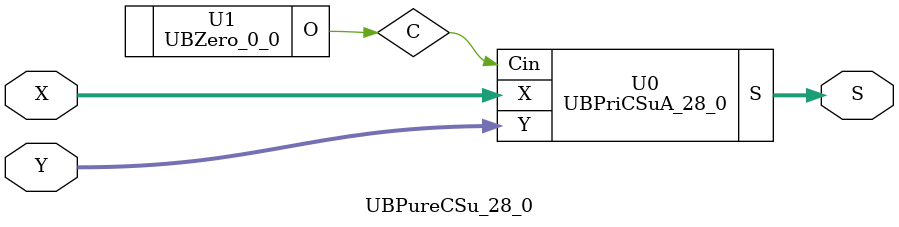
<source format=v>
/*----------------------------------------------------------------------------
  Copyright (c) 2021 Homma laboratory. All rights reserved.

  Top module: UBCSu_28_0_28_0

  Operand-1 length: 29
  Operand-2 length: 29
  Two-operand addition algorithm: Conditional sum adder
----------------------------------------------------------------------------*/

module UBFA_0(C, S, X, Y, Z);
  output C;
  output S;
  input X;
  input Y;
  input Z;
  assign C = ( X & Y ) | ( Y & Z ) | ( Z & X );
  assign S = X ^ Y ^ Z;
endmodule

module UBHCSuB_0_0(C, S, X, Y, Ci);
  output C;
  output S;
  input Ci;
  input X;
  input Y;
  UBFA_0 U0 (C, S, X, Y, Ci);
endmodule

module UBZero_1_1(O);
  output [1:1] O;
  assign O[1] = 0;
endmodule

module UBOne_1(O);
  output O;
  assign O = 1;
endmodule

module UBFA_1(C, S, X, Y, Z);
  output C;
  output S;
  input X;
  input Y;
  input Z;
  assign C = ( X & Y ) | ( Y & Z ) | ( Z & X );
  assign S = X ^ Y ^ Z;
endmodule

module UBCSuB_1_1(C_0, C_1, S_0, S_1, X, Y);
  output C_0;
  output C_1;
  output S_0;
  output S_1;
  input X;
  input Y;
  wire Ci_0;
  wire Ci_1;
  wire Co_0;
  wire Co_1;
  assign C_0 = ( Co_0 & ( ~ Ci_0 ) ) | ( Co_1 & Ci_0 );
  assign C_1 = ( Co_0 & ( ~ Ci_1 ) ) | ( Co_1 & Ci_1 );
  UBZero_1_1 U0 (Ci_0);
  UBOne_1 U1 (Ci_1);
  UBFA_1 U2 (Co_0, S_0, X, Y, Ci_0);
  UBFA_1 U3 (Co_1, S_1, X, Y, Ci_1);
endmodule

module UBHCSuB_1_0(C, S, X, Y, Ci);
  output C;
  output [1:0] S;
  input Ci;
  input [1:0] X;
  input [1:0] Y;
  wire C_0;
  wire C_1;
  wire Co;
  wire S_0;
  wire S_1;
  assign S[1] = ( S_0 & ( ~ Co ) ) | ( S_1 & Co );
  assign C = ( C_0 & ( ~ Co ) ) | ( C_1 & Co );
  UBHCSuB_0_0 U0 (Co, S[0], X[0], Y[0], Ci);
  UBCSuB_1_1 U1 (C_0, C_1, S_0, S_1, X[1], Y[1]);
endmodule

module UBZero_2_2(O);
  output [2:2] O;
  assign O[2] = 0;
endmodule

module UBOne_2(O);
  output O;
  assign O = 1;
endmodule

module UBFA_2(C, S, X, Y, Z);
  output C;
  output S;
  input X;
  input Y;
  input Z;
  assign C = ( X & Y ) | ( Y & Z ) | ( Z & X );
  assign S = X ^ Y ^ Z;
endmodule

module UBCSuB_2_2(C_0, C_1, S_0, S_1, X, Y);
  output C_0;
  output C_1;
  output S_0;
  output S_1;
  input X;
  input Y;
  wire Ci_0;
  wire Ci_1;
  wire Co_0;
  wire Co_1;
  assign C_0 = ( Co_0 & ( ~ Ci_0 ) ) | ( Co_1 & Ci_0 );
  assign C_1 = ( Co_0 & ( ~ Ci_1 ) ) | ( Co_1 & Ci_1 );
  UBZero_2_2 U0 (Ci_0);
  UBOne_2 U1 (Ci_1);
  UBFA_2 U2 (Co_0, S_0, X, Y, Ci_0);
  UBFA_2 U3 (Co_1, S_1, X, Y, Ci_1);
endmodule

module UBZero_3_3(O);
  output [3:3] O;
  assign O[3] = 0;
endmodule

module UBOne_3(O);
  output O;
  assign O = 1;
endmodule

module UBFA_3(C, S, X, Y, Z);
  output C;
  output S;
  input X;
  input Y;
  input Z;
  assign C = ( X & Y ) | ( Y & Z ) | ( Z & X );
  assign S = X ^ Y ^ Z;
endmodule

module UBCSuB_3_3(C_0, C_1, S_0, S_1, X, Y);
  output C_0;
  output C_1;
  output S_0;
  output S_1;
  input X;
  input Y;
  wire Ci_0;
  wire Ci_1;
  wire Co_0;
  wire Co_1;
  assign C_0 = ( Co_0 & ( ~ Ci_0 ) ) | ( Co_1 & Ci_0 );
  assign C_1 = ( Co_0 & ( ~ Ci_1 ) ) | ( Co_1 & Ci_1 );
  UBZero_3_3 U0 (Ci_0);
  UBOne_3 U1 (Ci_1);
  UBFA_3 U2 (Co_0, S_0, X, Y, Ci_0);
  UBFA_3 U3 (Co_1, S_1, X, Y, Ci_1);
endmodule

module UBCSuB_3_2(C_0, C_1, S_0, S_1, X, Y);
  output C_0;
  output C_1;
  output [3:2] S_0;
  output [3:2] S_1;
  input [3:2] X;
  input [3:2] Y;
  wire Ci_0;
  wire Ci_1;
  wire Co_0;
  wire Co_1;
  wire So_0;
  wire So_1;
  assign S_0[3] = ( So_0 & ( ~ Ci_0 ) ) | ( So_1 & Ci_0 );
  assign C_0 = ( Co_0 & ( ~ Ci_0 ) ) | ( Co_1 & Ci_0 );
  assign S_1[3] = ( So_0 & ( ~ Ci_1 ) ) | ( So_1 & Ci_1 );
  assign C_1 = ( Co_0 & ( ~ Ci_1 ) ) | ( Co_1 & Ci_1 );
  UBCSuB_2_2 U0 (Ci_0, Ci_1, S_0[2], S_1[2], X[2], Y[2]);
  UBCSuB_3_3 U1 (Co_0, Co_1, So_0, So_1, X[3], Y[3]);
endmodule

module UBHCSuB_3_0(C, S, X, Y, Ci);
  output C;
  output [3:0] S;
  input Ci;
  input [3:0] X;
  input [3:0] Y;
  wire C_0;
  wire C_1;
  wire Co;
  wire [3:2] S_0;
  wire [3:2] S_1;
  assign S[2] = ( S_0[2] & ( ~ Co ) ) | ( S_1[2] & Co );
  assign S[3] = ( S_0[3] & ( ~ Co ) ) | ( S_1[3] & Co );
  assign C = ( C_0 & ( ~ Co ) ) | ( C_1 & Co );
  UBHCSuB_1_0 U0 (Co, S[1:0], X[1:0], Y[1:0], Ci);
  UBCSuB_3_2 U1 (C_0, C_1, S_0, S_1, X[3:2], Y[3:2]);
endmodule

module UBZero_4_4(O);
  output [4:4] O;
  assign O[4] = 0;
endmodule

module UBOne_4(O);
  output O;
  assign O = 1;
endmodule

module UBFA_4(C, S, X, Y, Z);
  output C;
  output S;
  input X;
  input Y;
  input Z;
  assign C = ( X & Y ) | ( Y & Z ) | ( Z & X );
  assign S = X ^ Y ^ Z;
endmodule

module UBCSuB_4_4(C_0, C_1, S_0, S_1, X, Y);
  output C_0;
  output C_1;
  output S_0;
  output S_1;
  input X;
  input Y;
  wire Ci_0;
  wire Ci_1;
  wire Co_0;
  wire Co_1;
  assign C_0 = ( Co_0 & ( ~ Ci_0 ) ) | ( Co_1 & Ci_0 );
  assign C_1 = ( Co_0 & ( ~ Ci_1 ) ) | ( Co_1 & Ci_1 );
  UBZero_4_4 U0 (Ci_0);
  UBOne_4 U1 (Ci_1);
  UBFA_4 U2 (Co_0, S_0, X, Y, Ci_0);
  UBFA_4 U3 (Co_1, S_1, X, Y, Ci_1);
endmodule

module UBZero_5_5(O);
  output [5:5] O;
  assign O[5] = 0;
endmodule

module UBOne_5(O);
  output O;
  assign O = 1;
endmodule

module UBFA_5(C, S, X, Y, Z);
  output C;
  output S;
  input X;
  input Y;
  input Z;
  assign C = ( X & Y ) | ( Y & Z ) | ( Z & X );
  assign S = X ^ Y ^ Z;
endmodule

module UBCSuB_5_5(C_0, C_1, S_0, S_1, X, Y);
  output C_0;
  output C_1;
  output S_0;
  output S_1;
  input X;
  input Y;
  wire Ci_0;
  wire Ci_1;
  wire Co_0;
  wire Co_1;
  assign C_0 = ( Co_0 & ( ~ Ci_0 ) ) | ( Co_1 & Ci_0 );
  assign C_1 = ( Co_0 & ( ~ Ci_1 ) ) | ( Co_1 & Ci_1 );
  UBZero_5_5 U0 (Ci_0);
  UBOne_5 U1 (Ci_1);
  UBFA_5 U2 (Co_0, S_0, X, Y, Ci_0);
  UBFA_5 U3 (Co_1, S_1, X, Y, Ci_1);
endmodule

module UBCSuB_5_4(C_0, C_1, S_0, S_1, X, Y);
  output C_0;
  output C_1;
  output [5:4] S_0;
  output [5:4] S_1;
  input [5:4] X;
  input [5:4] Y;
  wire Ci_0;
  wire Ci_1;
  wire Co_0;
  wire Co_1;
  wire So_0;
  wire So_1;
  assign S_0[5] = ( So_0 & ( ~ Ci_0 ) ) | ( So_1 & Ci_0 );
  assign C_0 = ( Co_0 & ( ~ Ci_0 ) ) | ( Co_1 & Ci_0 );
  assign S_1[5] = ( So_0 & ( ~ Ci_1 ) ) | ( So_1 & Ci_1 );
  assign C_1 = ( Co_0 & ( ~ Ci_1 ) ) | ( Co_1 & Ci_1 );
  UBCSuB_4_4 U0 (Ci_0, Ci_1, S_0[4], S_1[4], X[4], Y[4]);
  UBCSuB_5_5 U1 (Co_0, Co_1, So_0, So_1, X[5], Y[5]);
endmodule

module UBZero_6_6(O);
  output [6:6] O;
  assign O[6] = 0;
endmodule

module UBOne_6(O);
  output O;
  assign O = 1;
endmodule

module UBFA_6(C, S, X, Y, Z);
  output C;
  output S;
  input X;
  input Y;
  input Z;
  assign C = ( X & Y ) | ( Y & Z ) | ( Z & X );
  assign S = X ^ Y ^ Z;
endmodule

module UBCSuB_6_6(C_0, C_1, S_0, S_1, X, Y);
  output C_0;
  output C_1;
  output S_0;
  output S_1;
  input X;
  input Y;
  wire Ci_0;
  wire Ci_1;
  wire Co_0;
  wire Co_1;
  assign C_0 = ( Co_0 & ( ~ Ci_0 ) ) | ( Co_1 & Ci_0 );
  assign C_1 = ( Co_0 & ( ~ Ci_1 ) ) | ( Co_1 & Ci_1 );
  UBZero_6_6 U0 (Ci_0);
  UBOne_6 U1 (Ci_1);
  UBFA_6 U2 (Co_0, S_0, X, Y, Ci_0);
  UBFA_6 U3 (Co_1, S_1, X, Y, Ci_1);
endmodule

module UBZero_7_7(O);
  output [7:7] O;
  assign O[7] = 0;
endmodule

module UBOne_7(O);
  output O;
  assign O = 1;
endmodule

module UBFA_7(C, S, X, Y, Z);
  output C;
  output S;
  input X;
  input Y;
  input Z;
  assign C = ( X & Y ) | ( Y & Z ) | ( Z & X );
  assign S = X ^ Y ^ Z;
endmodule

module UBCSuB_7_7(C_0, C_1, S_0, S_1, X, Y);
  output C_0;
  output C_1;
  output S_0;
  output S_1;
  input X;
  input Y;
  wire Ci_0;
  wire Ci_1;
  wire Co_0;
  wire Co_1;
  assign C_0 = ( Co_0 & ( ~ Ci_0 ) ) | ( Co_1 & Ci_0 );
  assign C_1 = ( Co_0 & ( ~ Ci_1 ) ) | ( Co_1 & Ci_1 );
  UBZero_7_7 U0 (Ci_0);
  UBOne_7 U1 (Ci_1);
  UBFA_7 U2 (Co_0, S_0, X, Y, Ci_0);
  UBFA_7 U3 (Co_1, S_1, X, Y, Ci_1);
endmodule

module UBCSuB_7_6(C_0, C_1, S_0, S_1, X, Y);
  output C_0;
  output C_1;
  output [7:6] S_0;
  output [7:6] S_1;
  input [7:6] X;
  input [7:6] Y;
  wire Ci_0;
  wire Ci_1;
  wire Co_0;
  wire Co_1;
  wire So_0;
  wire So_1;
  assign S_0[7] = ( So_0 & ( ~ Ci_0 ) ) | ( So_1 & Ci_0 );
  assign C_0 = ( Co_0 & ( ~ Ci_0 ) ) | ( Co_1 & Ci_0 );
  assign S_1[7] = ( So_0 & ( ~ Ci_1 ) ) | ( So_1 & Ci_1 );
  assign C_1 = ( Co_0 & ( ~ Ci_1 ) ) | ( Co_1 & Ci_1 );
  UBCSuB_6_6 U0 (Ci_0, Ci_1, S_0[6], S_1[6], X[6], Y[6]);
  UBCSuB_7_7 U1 (Co_0, Co_1, So_0, So_1, X[7], Y[7]);
endmodule

module UBCSuB_7_4(C_0, C_1, S_0, S_1, X, Y);
  output C_0;
  output C_1;
  output [7:4] S_0;
  output [7:4] S_1;
  input [7:4] X;
  input [7:4] Y;
  wire Ci_0;
  wire Ci_1;
  wire Co_0;
  wire Co_1;
  wire [7:6] So_0;
  wire [7:6] So_1;
  assign S_0[6] = ( So_0[6] & ( ~ Ci_0 ) ) | ( So_1[6] & Ci_0 );
  assign S_0[7] = ( So_0[7] & ( ~ Ci_0 ) ) | ( So_1[7] & Ci_0 );
  assign C_0 = ( Co_0 & ( ~ Ci_0 ) ) | ( Co_1 & Ci_0 );
  assign S_1[6] = ( So_0[6] & ( ~ Ci_1 ) ) | ( So_1[6] & Ci_1 );
  assign S_1[7] = ( So_0[7] & ( ~ Ci_1 ) ) | ( So_1[7] & Ci_1 );
  assign C_1 = ( Co_0 & ( ~ Ci_1 ) ) | ( Co_1 & Ci_1 );
  UBCSuB_5_4 U0 (Ci_0, Ci_1, S_0[5:4], S_1[5:4], X[5:4], Y[5:4]);
  UBCSuB_7_6 U1 (Co_0, Co_1, So_0, So_1, X[7:6], Y[7:6]);
endmodule

module UBHCSuB_7_0(C, S, X, Y, Ci);
  output C;
  output [7:0] S;
  input Ci;
  input [7:0] X;
  input [7:0] Y;
  wire C_0;
  wire C_1;
  wire Co;
  wire [7:4] S_0;
  wire [7:4] S_1;
  assign S[4] = ( S_0[4] & ( ~ Co ) ) | ( S_1[4] & Co );
  assign S[5] = ( S_0[5] & ( ~ Co ) ) | ( S_1[5] & Co );
  assign S[6] = ( S_0[6] & ( ~ Co ) ) | ( S_1[6] & Co );
  assign S[7] = ( S_0[7] & ( ~ Co ) ) | ( S_1[7] & Co );
  assign C = ( C_0 & ( ~ Co ) ) | ( C_1 & Co );
  UBHCSuB_3_0 U0 (Co, S[3:0], X[3:0], Y[3:0], Ci);
  UBCSuB_7_4 U1 (C_0, C_1, S_0, S_1, X[7:4], Y[7:4]);
endmodule

module UBZero_8_8(O);
  output [8:8] O;
  assign O[8] = 0;
endmodule

module UBOne_8(O);
  output O;
  assign O = 1;
endmodule

module UBFA_8(C, S, X, Y, Z);
  output C;
  output S;
  input X;
  input Y;
  input Z;
  assign C = ( X & Y ) | ( Y & Z ) | ( Z & X );
  assign S = X ^ Y ^ Z;
endmodule

module UBCSuB_8_8(C_0, C_1, S_0, S_1, X, Y);
  output C_0;
  output C_1;
  output S_0;
  output S_1;
  input X;
  input Y;
  wire Ci_0;
  wire Ci_1;
  wire Co_0;
  wire Co_1;
  assign C_0 = ( Co_0 & ( ~ Ci_0 ) ) | ( Co_1 & Ci_0 );
  assign C_1 = ( Co_0 & ( ~ Ci_1 ) ) | ( Co_1 & Ci_1 );
  UBZero_8_8 U0 (Ci_0);
  UBOne_8 U1 (Ci_1);
  UBFA_8 U2 (Co_0, S_0, X, Y, Ci_0);
  UBFA_8 U3 (Co_1, S_1, X, Y, Ci_1);
endmodule

module UBZero_9_9(O);
  output [9:9] O;
  assign O[9] = 0;
endmodule

module UBOne_9(O);
  output O;
  assign O = 1;
endmodule

module UBFA_9(C, S, X, Y, Z);
  output C;
  output S;
  input X;
  input Y;
  input Z;
  assign C = ( X & Y ) | ( Y & Z ) | ( Z & X );
  assign S = X ^ Y ^ Z;
endmodule

module UBCSuB_9_9(C_0, C_1, S_0, S_1, X, Y);
  output C_0;
  output C_1;
  output S_0;
  output S_1;
  input X;
  input Y;
  wire Ci_0;
  wire Ci_1;
  wire Co_0;
  wire Co_1;
  assign C_0 = ( Co_0 & ( ~ Ci_0 ) ) | ( Co_1 & Ci_0 );
  assign C_1 = ( Co_0 & ( ~ Ci_1 ) ) | ( Co_1 & Ci_1 );
  UBZero_9_9 U0 (Ci_0);
  UBOne_9 U1 (Ci_1);
  UBFA_9 U2 (Co_0, S_0, X, Y, Ci_0);
  UBFA_9 U3 (Co_1, S_1, X, Y, Ci_1);
endmodule

module UBCSuB_9_8(C_0, C_1, S_0, S_1, X, Y);
  output C_0;
  output C_1;
  output [9:8] S_0;
  output [9:8] S_1;
  input [9:8] X;
  input [9:8] Y;
  wire Ci_0;
  wire Ci_1;
  wire Co_0;
  wire Co_1;
  wire So_0;
  wire So_1;
  assign S_0[9] = ( So_0 & ( ~ Ci_0 ) ) | ( So_1 & Ci_0 );
  assign C_0 = ( Co_0 & ( ~ Ci_0 ) ) | ( Co_1 & Ci_0 );
  assign S_1[9] = ( So_0 & ( ~ Ci_1 ) ) | ( So_1 & Ci_1 );
  assign C_1 = ( Co_0 & ( ~ Ci_1 ) ) | ( Co_1 & Ci_1 );
  UBCSuB_8_8 U0 (Ci_0, Ci_1, S_0[8], S_1[8], X[8], Y[8]);
  UBCSuB_9_9 U1 (Co_0, Co_1, So_0, So_1, X[9], Y[9]);
endmodule

module UBZero_10_10(O);
  output [10:10] O;
  assign O[10] = 0;
endmodule

module UBOne_10(O);
  output O;
  assign O = 1;
endmodule

module UBFA_10(C, S, X, Y, Z);
  output C;
  output S;
  input X;
  input Y;
  input Z;
  assign C = ( X & Y ) | ( Y & Z ) | ( Z & X );
  assign S = X ^ Y ^ Z;
endmodule

module UBCSuB_10_10(C_0, C_1, S_0, S_1, X, Y);
  output C_0;
  output C_1;
  output S_0;
  output S_1;
  input X;
  input Y;
  wire Ci_0;
  wire Ci_1;
  wire Co_0;
  wire Co_1;
  assign C_0 = ( Co_0 & ( ~ Ci_0 ) ) | ( Co_1 & Ci_0 );
  assign C_1 = ( Co_0 & ( ~ Ci_1 ) ) | ( Co_1 & Ci_1 );
  UBZero_10_10 U0 (Ci_0);
  UBOne_10 U1 (Ci_1);
  UBFA_10 U2 (Co_0, S_0, X, Y, Ci_0);
  UBFA_10 U3 (Co_1, S_1, X, Y, Ci_1);
endmodule

module UBZero_11_11(O);
  output [11:11] O;
  assign O[11] = 0;
endmodule

module UBOne_11(O);
  output O;
  assign O = 1;
endmodule

module UBFA_11(C, S, X, Y, Z);
  output C;
  output S;
  input X;
  input Y;
  input Z;
  assign C = ( X & Y ) | ( Y & Z ) | ( Z & X );
  assign S = X ^ Y ^ Z;
endmodule

module UBCSuB_11_11(C_0, C_1, S_0, S_1, X, Y);
  output C_0;
  output C_1;
  output S_0;
  output S_1;
  input X;
  input Y;
  wire Ci_0;
  wire Ci_1;
  wire Co_0;
  wire Co_1;
  assign C_0 = ( Co_0 & ( ~ Ci_0 ) ) | ( Co_1 & Ci_0 );
  assign C_1 = ( Co_0 & ( ~ Ci_1 ) ) | ( Co_1 & Ci_1 );
  UBZero_11_11 U0 (Ci_0);
  UBOne_11 U1 (Ci_1);
  UBFA_11 U2 (Co_0, S_0, X, Y, Ci_0);
  UBFA_11 U3 (Co_1, S_1, X, Y, Ci_1);
endmodule

module UBCSuB_11_10(C_0, C_1, S_0, S_1, X, Y);
  output C_0;
  output C_1;
  output [11:10] S_0;
  output [11:10] S_1;
  input [11:10] X;
  input [11:10] Y;
  wire Ci_0;
  wire Ci_1;
  wire Co_0;
  wire Co_1;
  wire So_0;
  wire So_1;
  assign S_0[11] = ( So_0 & ( ~ Ci_0 ) ) | ( So_1 & Ci_0 );
  assign C_0 = ( Co_0 & ( ~ Ci_0 ) ) | ( Co_1 & Ci_0 );
  assign S_1[11] = ( So_0 & ( ~ Ci_1 ) ) | ( So_1 & Ci_1 );
  assign C_1 = ( Co_0 & ( ~ Ci_1 ) ) | ( Co_1 & Ci_1 );
  UBCSuB_10_10 U0 (Ci_0, Ci_1, S_0[10], S_1[10], X[10], Y[10]);
  UBCSuB_11_11 U1 (Co_0, Co_1, So_0, So_1, X[11], Y[11]);
endmodule

module UBCSuB_11_8(C_0, C_1, S_0, S_1, X, Y);
  output C_0;
  output C_1;
  output [11:8] S_0;
  output [11:8] S_1;
  input [11:8] X;
  input [11:8] Y;
  wire Ci_0;
  wire Ci_1;
  wire Co_0;
  wire Co_1;
  wire [11:10] So_0;
  wire [11:10] So_1;
  assign S_0[10] = ( So_0[10] & ( ~ Ci_0 ) ) | ( So_1[10] & Ci_0 );
  assign S_0[11] = ( So_0[11] & ( ~ Ci_0 ) ) | ( So_1[11] & Ci_0 );
  assign C_0 = ( Co_0 & ( ~ Ci_0 ) ) | ( Co_1 & Ci_0 );
  assign S_1[10] = ( So_0[10] & ( ~ Ci_1 ) ) | ( So_1[10] & Ci_1 );
  assign S_1[11] = ( So_0[11] & ( ~ Ci_1 ) ) | ( So_1[11] & Ci_1 );
  assign C_1 = ( Co_0 & ( ~ Ci_1 ) ) | ( Co_1 & Ci_1 );
  UBCSuB_9_8 U0 (Ci_0, Ci_1, S_0[9:8], S_1[9:8], X[9:8], Y[9:8]);
  UBCSuB_11_10 U1 (Co_0, Co_1, So_0, So_1, X[11:10], Y[11:10]);
endmodule

module UBZero_12_12(O);
  output [12:12] O;
  assign O[12] = 0;
endmodule

module UBOne_12(O);
  output O;
  assign O = 1;
endmodule

module UBFA_12(C, S, X, Y, Z);
  output C;
  output S;
  input X;
  input Y;
  input Z;
  assign C = ( X & Y ) | ( Y & Z ) | ( Z & X );
  assign S = X ^ Y ^ Z;
endmodule

module UBCSuB_12_12(C_0, C_1, S_0, S_1, X, Y);
  output C_0;
  output C_1;
  output S_0;
  output S_1;
  input X;
  input Y;
  wire Ci_0;
  wire Ci_1;
  wire Co_0;
  wire Co_1;
  assign C_0 = ( Co_0 & ( ~ Ci_0 ) ) | ( Co_1 & Ci_0 );
  assign C_1 = ( Co_0 & ( ~ Ci_1 ) ) | ( Co_1 & Ci_1 );
  UBZero_12_12 U0 (Ci_0);
  UBOne_12 U1 (Ci_1);
  UBFA_12 U2 (Co_0, S_0, X, Y, Ci_0);
  UBFA_12 U3 (Co_1, S_1, X, Y, Ci_1);
endmodule

module UBZero_13_13(O);
  output [13:13] O;
  assign O[13] = 0;
endmodule

module UBOne_13(O);
  output O;
  assign O = 1;
endmodule

module UBFA_13(C, S, X, Y, Z);
  output C;
  output S;
  input X;
  input Y;
  input Z;
  assign C = ( X & Y ) | ( Y & Z ) | ( Z & X );
  assign S = X ^ Y ^ Z;
endmodule

module UBCSuB_13_13(C_0, C_1, S_0, S_1, X, Y);
  output C_0;
  output C_1;
  output S_0;
  output S_1;
  input X;
  input Y;
  wire Ci_0;
  wire Ci_1;
  wire Co_0;
  wire Co_1;
  assign C_0 = ( Co_0 & ( ~ Ci_0 ) ) | ( Co_1 & Ci_0 );
  assign C_1 = ( Co_0 & ( ~ Ci_1 ) ) | ( Co_1 & Ci_1 );
  UBZero_13_13 U0 (Ci_0);
  UBOne_13 U1 (Ci_1);
  UBFA_13 U2 (Co_0, S_0, X, Y, Ci_0);
  UBFA_13 U3 (Co_1, S_1, X, Y, Ci_1);
endmodule

module UBCSuB_13_12(C_0, C_1, S_0, S_1, X, Y);
  output C_0;
  output C_1;
  output [13:12] S_0;
  output [13:12] S_1;
  input [13:12] X;
  input [13:12] Y;
  wire Ci_0;
  wire Ci_1;
  wire Co_0;
  wire Co_1;
  wire So_0;
  wire So_1;
  assign S_0[13] = ( So_0 & ( ~ Ci_0 ) ) | ( So_1 & Ci_0 );
  assign C_0 = ( Co_0 & ( ~ Ci_0 ) ) | ( Co_1 & Ci_0 );
  assign S_1[13] = ( So_0 & ( ~ Ci_1 ) ) | ( So_1 & Ci_1 );
  assign C_1 = ( Co_0 & ( ~ Ci_1 ) ) | ( Co_1 & Ci_1 );
  UBCSuB_12_12 U0 (Ci_0, Ci_1, S_0[12], S_1[12], X[12], Y[12]);
  UBCSuB_13_13 U1 (Co_0, Co_1, So_0, So_1, X[13], Y[13]);
endmodule

module UBZero_14_14(O);
  output [14:14] O;
  assign O[14] = 0;
endmodule

module UBOne_14(O);
  output O;
  assign O = 1;
endmodule

module UBFA_14(C, S, X, Y, Z);
  output C;
  output S;
  input X;
  input Y;
  input Z;
  assign C = ( X & Y ) | ( Y & Z ) | ( Z & X );
  assign S = X ^ Y ^ Z;
endmodule

module UBCSuB_14_14(C_0, C_1, S_0, S_1, X, Y);
  output C_0;
  output C_1;
  output S_0;
  output S_1;
  input X;
  input Y;
  wire Ci_0;
  wire Ci_1;
  wire Co_0;
  wire Co_1;
  assign C_0 = ( Co_0 & ( ~ Ci_0 ) ) | ( Co_1 & Ci_0 );
  assign C_1 = ( Co_0 & ( ~ Ci_1 ) ) | ( Co_1 & Ci_1 );
  UBZero_14_14 U0 (Ci_0);
  UBOne_14 U1 (Ci_1);
  UBFA_14 U2 (Co_0, S_0, X, Y, Ci_0);
  UBFA_14 U3 (Co_1, S_1, X, Y, Ci_1);
endmodule

module UBCSuB_14_12(C_0, C_1, S_0, S_1, X, Y);
  output C_0;
  output C_1;
  output [14:12] S_0;
  output [14:12] S_1;
  input [14:12] X;
  input [14:12] Y;
  wire Ci_0;
  wire Ci_1;
  wire Co_0;
  wire Co_1;
  wire [14:14] So_0;
  wire [14:14] So_1;
  assign S_0[14] = ( So_0 & ( ~ Ci_0 ) ) | ( So_1 & Ci_0 );
  assign C_0 = ( Co_0 & ( ~ Ci_0 ) ) | ( Co_1 & Ci_0 );
  assign S_1[14] = ( So_0 & ( ~ Ci_1 ) ) | ( So_1 & Ci_1 );
  assign C_1 = ( Co_0 & ( ~ Ci_1 ) ) | ( Co_1 & Ci_1 );
  UBCSuB_13_12 U0 (Ci_0, Ci_1, S_0[13:12], S_1[13:12], X[13:12], Y[13:12]);
  UBCSuB_14_14 U1 (Co_0, Co_1, So_0, So_1, X[14], Y[14]);
endmodule

module UBCSuB_14_8(C_0, C_1, S_0, S_1, X, Y);
  output C_0;
  output C_1;
  output [14:8] S_0;
  output [14:8] S_1;
  input [14:8] X;
  input [14:8] Y;
  wire Ci_0;
  wire Ci_1;
  wire Co_0;
  wire Co_1;
  wire [14:12] So_0;
  wire [14:12] So_1;
  assign S_0[12] = ( So_0[12] & ( ~ Ci_0 ) ) | ( So_1[12] & Ci_0 );
  assign S_0[13] = ( So_0[13] & ( ~ Ci_0 ) ) | ( So_1[13] & Ci_0 );
  assign S_0[14] = ( So_0[14] & ( ~ Ci_0 ) ) | ( So_1[14] & Ci_0 );
  assign C_0 = ( Co_0 & ( ~ Ci_0 ) ) | ( Co_1 & Ci_0 );
  assign S_1[12] = ( So_0[12] & ( ~ Ci_1 ) ) | ( So_1[12] & Ci_1 );
  assign S_1[13] = ( So_0[13] & ( ~ Ci_1 ) ) | ( So_1[13] & Ci_1 );
  assign S_1[14] = ( So_0[14] & ( ~ Ci_1 ) ) | ( So_1[14] & Ci_1 );
  assign C_1 = ( Co_0 & ( ~ Ci_1 ) ) | ( Co_1 & Ci_1 );
  UBCSuB_11_8 U0 (Ci_0, Ci_1, S_0[11:8], S_1[11:8], X[11:8], Y[11:8]);
  UBCSuB_14_12 U1 (Co_0, Co_1, So_0, So_1, X[14:12], Y[14:12]);
endmodule

module UBHCSuB_14_0(C, S, X, Y, Ci);
  output C;
  output [14:0] S;
  input Ci;
  input [14:0] X;
  input [14:0] Y;
  wire C_0;
  wire C_1;
  wire Co;
  wire [14:8] S_0;
  wire [14:8] S_1;
  assign S[8] = ( S_0[8] & ( ~ Co ) ) | ( S_1[8] & Co );
  assign S[9] = ( S_0[9] & ( ~ Co ) ) | ( S_1[9] & Co );
  assign S[10] = ( S_0[10] & ( ~ Co ) ) | ( S_1[10] & Co );
  assign S[11] = ( S_0[11] & ( ~ Co ) ) | ( S_1[11] & Co );
  assign S[12] = ( S_0[12] & ( ~ Co ) ) | ( S_1[12] & Co );
  assign S[13] = ( S_0[13] & ( ~ Co ) ) | ( S_1[13] & Co );
  assign S[14] = ( S_0[14] & ( ~ Co ) ) | ( S_1[14] & Co );
  assign C = ( C_0 & ( ~ Co ) ) | ( C_1 & Co );
  UBHCSuB_7_0 U0 (Co, S[7:0], X[7:0], Y[7:0], Ci);
  UBCSuB_14_8 U1 (C_0, C_1, S_0, S_1, X[14:8], Y[14:8]);
endmodule

module UBZero_15_15(O);
  output [15:15] O;
  assign O[15] = 0;
endmodule

module UBOne_15(O);
  output O;
  assign O = 1;
endmodule

module UBFA_15(C, S, X, Y, Z);
  output C;
  output S;
  input X;
  input Y;
  input Z;
  assign C = ( X & Y ) | ( Y & Z ) | ( Z & X );
  assign S = X ^ Y ^ Z;
endmodule

module UBCSuB_15_15(C_0, C_1, S_0, S_1, X, Y);
  output C_0;
  output C_1;
  output S_0;
  output S_1;
  input X;
  input Y;
  wire Ci_0;
  wire Ci_1;
  wire Co_0;
  wire Co_1;
  assign C_0 = ( Co_0 & ( ~ Ci_0 ) ) | ( Co_1 & Ci_0 );
  assign C_1 = ( Co_0 & ( ~ Ci_1 ) ) | ( Co_1 & Ci_1 );
  UBZero_15_15 U0 (Ci_0);
  UBOne_15 U1 (Ci_1);
  UBFA_15 U2 (Co_0, S_0, X, Y, Ci_0);
  UBFA_15 U3 (Co_1, S_1, X, Y, Ci_1);
endmodule

module UBZero_16_16(O);
  output [16:16] O;
  assign O[16] = 0;
endmodule

module UBOne_16(O);
  output O;
  assign O = 1;
endmodule

module UBFA_16(C, S, X, Y, Z);
  output C;
  output S;
  input X;
  input Y;
  input Z;
  assign C = ( X & Y ) | ( Y & Z ) | ( Z & X );
  assign S = X ^ Y ^ Z;
endmodule

module UBCSuB_16_16(C_0, C_1, S_0, S_1, X, Y);
  output C_0;
  output C_1;
  output S_0;
  output S_1;
  input X;
  input Y;
  wire Ci_0;
  wire Ci_1;
  wire Co_0;
  wire Co_1;
  assign C_0 = ( Co_0 & ( ~ Ci_0 ) ) | ( Co_1 & Ci_0 );
  assign C_1 = ( Co_0 & ( ~ Ci_1 ) ) | ( Co_1 & Ci_1 );
  UBZero_16_16 U0 (Ci_0);
  UBOne_16 U1 (Ci_1);
  UBFA_16 U2 (Co_0, S_0, X, Y, Ci_0);
  UBFA_16 U3 (Co_1, S_1, X, Y, Ci_1);
endmodule

module UBCSuB_16_15(C_0, C_1, S_0, S_1, X, Y);
  output C_0;
  output C_1;
  output [16:15] S_0;
  output [16:15] S_1;
  input [16:15] X;
  input [16:15] Y;
  wire Ci_0;
  wire Ci_1;
  wire Co_0;
  wire Co_1;
  wire So_0;
  wire So_1;
  assign S_0[16] = ( So_0 & ( ~ Ci_0 ) ) | ( So_1 & Ci_0 );
  assign C_0 = ( Co_0 & ( ~ Ci_0 ) ) | ( Co_1 & Ci_0 );
  assign S_1[16] = ( So_0 & ( ~ Ci_1 ) ) | ( So_1 & Ci_1 );
  assign C_1 = ( Co_0 & ( ~ Ci_1 ) ) | ( Co_1 & Ci_1 );
  UBCSuB_15_15 U0 (Ci_0, Ci_1, S_0[15], S_1[15], X[15], Y[15]);
  UBCSuB_16_16 U1 (Co_0, Co_1, So_0, So_1, X[16], Y[16]);
endmodule

module UBZero_17_17(O);
  output [17:17] O;
  assign O[17] = 0;
endmodule

module UBOne_17(O);
  output O;
  assign O = 1;
endmodule

module UBFA_17(C, S, X, Y, Z);
  output C;
  output S;
  input X;
  input Y;
  input Z;
  assign C = ( X & Y ) | ( Y & Z ) | ( Z & X );
  assign S = X ^ Y ^ Z;
endmodule

module UBCSuB_17_17(C_0, C_1, S_0, S_1, X, Y);
  output C_0;
  output C_1;
  output S_0;
  output S_1;
  input X;
  input Y;
  wire Ci_0;
  wire Ci_1;
  wire Co_0;
  wire Co_1;
  assign C_0 = ( Co_0 & ( ~ Ci_0 ) ) | ( Co_1 & Ci_0 );
  assign C_1 = ( Co_0 & ( ~ Ci_1 ) ) | ( Co_1 & Ci_1 );
  UBZero_17_17 U0 (Ci_0);
  UBOne_17 U1 (Ci_1);
  UBFA_17 U2 (Co_0, S_0, X, Y, Ci_0);
  UBFA_17 U3 (Co_1, S_1, X, Y, Ci_1);
endmodule

module UBZero_18_18(O);
  output [18:18] O;
  assign O[18] = 0;
endmodule

module UBOne_18(O);
  output O;
  assign O = 1;
endmodule

module UBFA_18(C, S, X, Y, Z);
  output C;
  output S;
  input X;
  input Y;
  input Z;
  assign C = ( X & Y ) | ( Y & Z ) | ( Z & X );
  assign S = X ^ Y ^ Z;
endmodule

module UBCSuB_18_18(C_0, C_1, S_0, S_1, X, Y);
  output C_0;
  output C_1;
  output S_0;
  output S_1;
  input X;
  input Y;
  wire Ci_0;
  wire Ci_1;
  wire Co_0;
  wire Co_1;
  assign C_0 = ( Co_0 & ( ~ Ci_0 ) ) | ( Co_1 & Ci_0 );
  assign C_1 = ( Co_0 & ( ~ Ci_1 ) ) | ( Co_1 & Ci_1 );
  UBZero_18_18 U0 (Ci_0);
  UBOne_18 U1 (Ci_1);
  UBFA_18 U2 (Co_0, S_0, X, Y, Ci_0);
  UBFA_18 U3 (Co_1, S_1, X, Y, Ci_1);
endmodule

module UBCSuB_18_17(C_0, C_1, S_0, S_1, X, Y);
  output C_0;
  output C_1;
  output [18:17] S_0;
  output [18:17] S_1;
  input [18:17] X;
  input [18:17] Y;
  wire Ci_0;
  wire Ci_1;
  wire Co_0;
  wire Co_1;
  wire So_0;
  wire So_1;
  assign S_0[18] = ( So_0 & ( ~ Ci_0 ) ) | ( So_1 & Ci_0 );
  assign C_0 = ( Co_0 & ( ~ Ci_0 ) ) | ( Co_1 & Ci_0 );
  assign S_1[18] = ( So_0 & ( ~ Ci_1 ) ) | ( So_1 & Ci_1 );
  assign C_1 = ( Co_0 & ( ~ Ci_1 ) ) | ( Co_1 & Ci_1 );
  UBCSuB_17_17 U0 (Ci_0, Ci_1, S_0[17], S_1[17], X[17], Y[17]);
  UBCSuB_18_18 U1 (Co_0, Co_1, So_0, So_1, X[18], Y[18]);
endmodule

module UBCSuB_18_15(C_0, C_1, S_0, S_1, X, Y);
  output C_0;
  output C_1;
  output [18:15] S_0;
  output [18:15] S_1;
  input [18:15] X;
  input [18:15] Y;
  wire Ci_0;
  wire Ci_1;
  wire Co_0;
  wire Co_1;
  wire [18:17] So_0;
  wire [18:17] So_1;
  assign S_0[17] = ( So_0[17] & ( ~ Ci_0 ) ) | ( So_1[17] & Ci_0 );
  assign S_0[18] = ( So_0[18] & ( ~ Ci_0 ) ) | ( So_1[18] & Ci_0 );
  assign C_0 = ( Co_0 & ( ~ Ci_0 ) ) | ( Co_1 & Ci_0 );
  assign S_1[17] = ( So_0[17] & ( ~ Ci_1 ) ) | ( So_1[17] & Ci_1 );
  assign S_1[18] = ( So_0[18] & ( ~ Ci_1 ) ) | ( So_1[18] & Ci_1 );
  assign C_1 = ( Co_0 & ( ~ Ci_1 ) ) | ( Co_1 & Ci_1 );
  UBCSuB_16_15 U0 (Ci_0, Ci_1, S_0[16:15], S_1[16:15], X[16:15], Y[16:15]);
  UBCSuB_18_17 U1 (Co_0, Co_1, So_0, So_1, X[18:17], Y[18:17]);
endmodule

module UBZero_19_19(O);
  output [19:19] O;
  assign O[19] = 0;
endmodule

module UBOne_19(O);
  output O;
  assign O = 1;
endmodule

module UBFA_19(C, S, X, Y, Z);
  output C;
  output S;
  input X;
  input Y;
  input Z;
  assign C = ( X & Y ) | ( Y & Z ) | ( Z & X );
  assign S = X ^ Y ^ Z;
endmodule

module UBCSuB_19_19(C_0, C_1, S_0, S_1, X, Y);
  output C_0;
  output C_1;
  output S_0;
  output S_1;
  input X;
  input Y;
  wire Ci_0;
  wire Ci_1;
  wire Co_0;
  wire Co_1;
  assign C_0 = ( Co_0 & ( ~ Ci_0 ) ) | ( Co_1 & Ci_0 );
  assign C_1 = ( Co_0 & ( ~ Ci_1 ) ) | ( Co_1 & Ci_1 );
  UBZero_19_19 U0 (Ci_0);
  UBOne_19 U1 (Ci_1);
  UBFA_19 U2 (Co_0, S_0, X, Y, Ci_0);
  UBFA_19 U3 (Co_1, S_1, X, Y, Ci_1);
endmodule

module UBZero_20_20(O);
  output [20:20] O;
  assign O[20] = 0;
endmodule

module UBOne_20(O);
  output O;
  assign O = 1;
endmodule

module UBFA_20(C, S, X, Y, Z);
  output C;
  output S;
  input X;
  input Y;
  input Z;
  assign C = ( X & Y ) | ( Y & Z ) | ( Z & X );
  assign S = X ^ Y ^ Z;
endmodule

module UBCSuB_20_20(C_0, C_1, S_0, S_1, X, Y);
  output C_0;
  output C_1;
  output S_0;
  output S_1;
  input X;
  input Y;
  wire Ci_0;
  wire Ci_1;
  wire Co_0;
  wire Co_1;
  assign C_0 = ( Co_0 & ( ~ Ci_0 ) ) | ( Co_1 & Ci_0 );
  assign C_1 = ( Co_0 & ( ~ Ci_1 ) ) | ( Co_1 & Ci_1 );
  UBZero_20_20 U0 (Ci_0);
  UBOne_20 U1 (Ci_1);
  UBFA_20 U2 (Co_0, S_0, X, Y, Ci_0);
  UBFA_20 U3 (Co_1, S_1, X, Y, Ci_1);
endmodule

module UBCSuB_20_19(C_0, C_1, S_0, S_1, X, Y);
  output C_0;
  output C_1;
  output [20:19] S_0;
  output [20:19] S_1;
  input [20:19] X;
  input [20:19] Y;
  wire Ci_0;
  wire Ci_1;
  wire Co_0;
  wire Co_1;
  wire So_0;
  wire So_1;
  assign S_0[20] = ( So_0 & ( ~ Ci_0 ) ) | ( So_1 & Ci_0 );
  assign C_0 = ( Co_0 & ( ~ Ci_0 ) ) | ( Co_1 & Ci_0 );
  assign S_1[20] = ( So_0 & ( ~ Ci_1 ) ) | ( So_1 & Ci_1 );
  assign C_1 = ( Co_0 & ( ~ Ci_1 ) ) | ( Co_1 & Ci_1 );
  UBCSuB_19_19 U0 (Ci_0, Ci_1, S_0[19], S_1[19], X[19], Y[19]);
  UBCSuB_20_20 U1 (Co_0, Co_1, So_0, So_1, X[20], Y[20]);
endmodule

module UBZero_21_21(O);
  output [21:21] O;
  assign O[21] = 0;
endmodule

module UBOne_21(O);
  output O;
  assign O = 1;
endmodule

module UBFA_21(C, S, X, Y, Z);
  output C;
  output S;
  input X;
  input Y;
  input Z;
  assign C = ( X & Y ) | ( Y & Z ) | ( Z & X );
  assign S = X ^ Y ^ Z;
endmodule

module UBCSuB_21_21(C_0, C_1, S_0, S_1, X, Y);
  output C_0;
  output C_1;
  output S_0;
  output S_1;
  input X;
  input Y;
  wire Ci_0;
  wire Ci_1;
  wire Co_0;
  wire Co_1;
  assign C_0 = ( Co_0 & ( ~ Ci_0 ) ) | ( Co_1 & Ci_0 );
  assign C_1 = ( Co_0 & ( ~ Ci_1 ) ) | ( Co_1 & Ci_1 );
  UBZero_21_21 U0 (Ci_0);
  UBOne_21 U1 (Ci_1);
  UBFA_21 U2 (Co_0, S_0, X, Y, Ci_0);
  UBFA_21 U3 (Co_1, S_1, X, Y, Ci_1);
endmodule

module UBCSuB_21_19(C_0, C_1, S_0, S_1, X, Y);
  output C_0;
  output C_1;
  output [21:19] S_0;
  output [21:19] S_1;
  input [21:19] X;
  input [21:19] Y;
  wire Ci_0;
  wire Ci_1;
  wire Co_0;
  wire Co_1;
  wire [21:21] So_0;
  wire [21:21] So_1;
  assign S_0[21] = ( So_0 & ( ~ Ci_0 ) ) | ( So_1 & Ci_0 );
  assign C_0 = ( Co_0 & ( ~ Ci_0 ) ) | ( Co_1 & Ci_0 );
  assign S_1[21] = ( So_0 & ( ~ Ci_1 ) ) | ( So_1 & Ci_1 );
  assign C_1 = ( Co_0 & ( ~ Ci_1 ) ) | ( Co_1 & Ci_1 );
  UBCSuB_20_19 U0 (Ci_0, Ci_1, S_0[20:19], S_1[20:19], X[20:19], Y[20:19]);
  UBCSuB_21_21 U1 (Co_0, Co_1, So_0, So_1, X[21], Y[21]);
endmodule

module UBCSuB_21_15(C_0, C_1, S_0, S_1, X, Y);
  output C_0;
  output C_1;
  output [21:15] S_0;
  output [21:15] S_1;
  input [21:15] X;
  input [21:15] Y;
  wire Ci_0;
  wire Ci_1;
  wire Co_0;
  wire Co_1;
  wire [21:19] So_0;
  wire [21:19] So_1;
  assign S_0[19] = ( So_0[19] & ( ~ Ci_0 ) ) | ( So_1[19] & Ci_0 );
  assign S_0[20] = ( So_0[20] & ( ~ Ci_0 ) ) | ( So_1[20] & Ci_0 );
  assign S_0[21] = ( So_0[21] & ( ~ Ci_0 ) ) | ( So_1[21] & Ci_0 );
  assign C_0 = ( Co_0 & ( ~ Ci_0 ) ) | ( Co_1 & Ci_0 );
  assign S_1[19] = ( So_0[19] & ( ~ Ci_1 ) ) | ( So_1[19] & Ci_1 );
  assign S_1[20] = ( So_0[20] & ( ~ Ci_1 ) ) | ( So_1[20] & Ci_1 );
  assign S_1[21] = ( So_0[21] & ( ~ Ci_1 ) ) | ( So_1[21] & Ci_1 );
  assign C_1 = ( Co_0 & ( ~ Ci_1 ) ) | ( Co_1 & Ci_1 );
  UBCSuB_18_15 U0 (Ci_0, Ci_1, S_0[18:15], S_1[18:15], X[18:15], Y[18:15]);
  UBCSuB_21_19 U1 (Co_0, Co_1, So_0, So_1, X[21:19], Y[21:19]);
endmodule

module UBZero_22_22(O);
  output [22:22] O;
  assign O[22] = 0;
endmodule

module UBOne_22(O);
  output O;
  assign O = 1;
endmodule

module UBFA_22(C, S, X, Y, Z);
  output C;
  output S;
  input X;
  input Y;
  input Z;
  assign C = ( X & Y ) | ( Y & Z ) | ( Z & X );
  assign S = X ^ Y ^ Z;
endmodule

module UBCSuB_22_22(C_0, C_1, S_0, S_1, X, Y);
  output C_0;
  output C_1;
  output S_0;
  output S_1;
  input X;
  input Y;
  wire Ci_0;
  wire Ci_1;
  wire Co_0;
  wire Co_1;
  assign C_0 = ( Co_0 & ( ~ Ci_0 ) ) | ( Co_1 & Ci_0 );
  assign C_1 = ( Co_0 & ( ~ Ci_1 ) ) | ( Co_1 & Ci_1 );
  UBZero_22_22 U0 (Ci_0);
  UBOne_22 U1 (Ci_1);
  UBFA_22 U2 (Co_0, S_0, X, Y, Ci_0);
  UBFA_22 U3 (Co_1, S_1, X, Y, Ci_1);
endmodule

module UBZero_23_23(O);
  output [23:23] O;
  assign O[23] = 0;
endmodule

module UBOne_23(O);
  output O;
  assign O = 1;
endmodule

module UBFA_23(C, S, X, Y, Z);
  output C;
  output S;
  input X;
  input Y;
  input Z;
  assign C = ( X & Y ) | ( Y & Z ) | ( Z & X );
  assign S = X ^ Y ^ Z;
endmodule

module UBCSuB_23_23(C_0, C_1, S_0, S_1, X, Y);
  output C_0;
  output C_1;
  output S_0;
  output S_1;
  input X;
  input Y;
  wire Ci_0;
  wire Ci_1;
  wire Co_0;
  wire Co_1;
  assign C_0 = ( Co_0 & ( ~ Ci_0 ) ) | ( Co_1 & Ci_0 );
  assign C_1 = ( Co_0 & ( ~ Ci_1 ) ) | ( Co_1 & Ci_1 );
  UBZero_23_23 U0 (Ci_0);
  UBOne_23 U1 (Ci_1);
  UBFA_23 U2 (Co_0, S_0, X, Y, Ci_0);
  UBFA_23 U3 (Co_1, S_1, X, Y, Ci_1);
endmodule

module UBCSuB_23_22(C_0, C_1, S_0, S_1, X, Y);
  output C_0;
  output C_1;
  output [23:22] S_0;
  output [23:22] S_1;
  input [23:22] X;
  input [23:22] Y;
  wire Ci_0;
  wire Ci_1;
  wire Co_0;
  wire Co_1;
  wire So_0;
  wire So_1;
  assign S_0[23] = ( So_0 & ( ~ Ci_0 ) ) | ( So_1 & Ci_0 );
  assign C_0 = ( Co_0 & ( ~ Ci_0 ) ) | ( Co_1 & Ci_0 );
  assign S_1[23] = ( So_0 & ( ~ Ci_1 ) ) | ( So_1 & Ci_1 );
  assign C_1 = ( Co_0 & ( ~ Ci_1 ) ) | ( Co_1 & Ci_1 );
  UBCSuB_22_22 U0 (Ci_0, Ci_1, S_0[22], S_1[22], X[22], Y[22]);
  UBCSuB_23_23 U1 (Co_0, Co_1, So_0, So_1, X[23], Y[23]);
endmodule

module UBZero_24_24(O);
  output [24:24] O;
  assign O[24] = 0;
endmodule

module UBOne_24(O);
  output O;
  assign O = 1;
endmodule

module UBFA_24(C, S, X, Y, Z);
  output C;
  output S;
  input X;
  input Y;
  input Z;
  assign C = ( X & Y ) | ( Y & Z ) | ( Z & X );
  assign S = X ^ Y ^ Z;
endmodule

module UBCSuB_24_24(C_0, C_1, S_0, S_1, X, Y);
  output C_0;
  output C_1;
  output S_0;
  output S_1;
  input X;
  input Y;
  wire Ci_0;
  wire Ci_1;
  wire Co_0;
  wire Co_1;
  assign C_0 = ( Co_0 & ( ~ Ci_0 ) ) | ( Co_1 & Ci_0 );
  assign C_1 = ( Co_0 & ( ~ Ci_1 ) ) | ( Co_1 & Ci_1 );
  UBZero_24_24 U0 (Ci_0);
  UBOne_24 U1 (Ci_1);
  UBFA_24 U2 (Co_0, S_0, X, Y, Ci_0);
  UBFA_24 U3 (Co_1, S_1, X, Y, Ci_1);
endmodule

module UBZero_25_25(O);
  output [25:25] O;
  assign O[25] = 0;
endmodule

module UBOne_25(O);
  output O;
  assign O = 1;
endmodule

module UBFA_25(C, S, X, Y, Z);
  output C;
  output S;
  input X;
  input Y;
  input Z;
  assign C = ( X & Y ) | ( Y & Z ) | ( Z & X );
  assign S = X ^ Y ^ Z;
endmodule

module UBCSuB_25_25(C_0, C_1, S_0, S_1, X, Y);
  output C_0;
  output C_1;
  output S_0;
  output S_1;
  input X;
  input Y;
  wire Ci_0;
  wire Ci_1;
  wire Co_0;
  wire Co_1;
  assign C_0 = ( Co_0 & ( ~ Ci_0 ) ) | ( Co_1 & Ci_0 );
  assign C_1 = ( Co_0 & ( ~ Ci_1 ) ) | ( Co_1 & Ci_1 );
  UBZero_25_25 U0 (Ci_0);
  UBOne_25 U1 (Ci_1);
  UBFA_25 U2 (Co_0, S_0, X, Y, Ci_0);
  UBFA_25 U3 (Co_1, S_1, X, Y, Ci_1);
endmodule

module UBCSuB_25_24(C_0, C_1, S_0, S_1, X, Y);
  output C_0;
  output C_1;
  output [25:24] S_0;
  output [25:24] S_1;
  input [25:24] X;
  input [25:24] Y;
  wire Ci_0;
  wire Ci_1;
  wire Co_0;
  wire Co_1;
  wire So_0;
  wire So_1;
  assign S_0[25] = ( So_0 & ( ~ Ci_0 ) ) | ( So_1 & Ci_0 );
  assign C_0 = ( Co_0 & ( ~ Ci_0 ) ) | ( Co_1 & Ci_0 );
  assign S_1[25] = ( So_0 & ( ~ Ci_1 ) ) | ( So_1 & Ci_1 );
  assign C_1 = ( Co_0 & ( ~ Ci_1 ) ) | ( Co_1 & Ci_1 );
  UBCSuB_24_24 U0 (Ci_0, Ci_1, S_0[24], S_1[24], X[24], Y[24]);
  UBCSuB_25_25 U1 (Co_0, Co_1, So_0, So_1, X[25], Y[25]);
endmodule

module UBCSuB_25_22(C_0, C_1, S_0, S_1, X, Y);
  output C_0;
  output C_1;
  output [25:22] S_0;
  output [25:22] S_1;
  input [25:22] X;
  input [25:22] Y;
  wire Ci_0;
  wire Ci_1;
  wire Co_0;
  wire Co_1;
  wire [25:24] So_0;
  wire [25:24] So_1;
  assign S_0[24] = ( So_0[24] & ( ~ Ci_0 ) ) | ( So_1[24] & Ci_0 );
  assign S_0[25] = ( So_0[25] & ( ~ Ci_0 ) ) | ( So_1[25] & Ci_0 );
  assign C_0 = ( Co_0 & ( ~ Ci_0 ) ) | ( Co_1 & Ci_0 );
  assign S_1[24] = ( So_0[24] & ( ~ Ci_1 ) ) | ( So_1[24] & Ci_1 );
  assign S_1[25] = ( So_0[25] & ( ~ Ci_1 ) ) | ( So_1[25] & Ci_1 );
  assign C_1 = ( Co_0 & ( ~ Ci_1 ) ) | ( Co_1 & Ci_1 );
  UBCSuB_23_22 U0 (Ci_0, Ci_1, S_0[23:22], S_1[23:22], X[23:22], Y[23:22]);
  UBCSuB_25_24 U1 (Co_0, Co_1, So_0, So_1, X[25:24], Y[25:24]);
endmodule

module UBZero_26_26(O);
  output [26:26] O;
  assign O[26] = 0;
endmodule

module UBOne_26(O);
  output O;
  assign O = 1;
endmodule

module UBFA_26(C, S, X, Y, Z);
  output C;
  output S;
  input X;
  input Y;
  input Z;
  assign C = ( X & Y ) | ( Y & Z ) | ( Z & X );
  assign S = X ^ Y ^ Z;
endmodule

module UBCSuB_26_26(C_0, C_1, S_0, S_1, X, Y);
  output C_0;
  output C_1;
  output S_0;
  output S_1;
  input X;
  input Y;
  wire Ci_0;
  wire Ci_1;
  wire Co_0;
  wire Co_1;
  assign C_0 = ( Co_0 & ( ~ Ci_0 ) ) | ( Co_1 & Ci_0 );
  assign C_1 = ( Co_0 & ( ~ Ci_1 ) ) | ( Co_1 & Ci_1 );
  UBZero_26_26 U0 (Ci_0);
  UBOne_26 U1 (Ci_1);
  UBFA_26 U2 (Co_0, S_0, X, Y, Ci_0);
  UBFA_26 U3 (Co_1, S_1, X, Y, Ci_1);
endmodule

module UBZero_27_27(O);
  output [27:27] O;
  assign O[27] = 0;
endmodule

module UBOne_27(O);
  output O;
  assign O = 1;
endmodule

module UBFA_27(C, S, X, Y, Z);
  output C;
  output S;
  input X;
  input Y;
  input Z;
  assign C = ( X & Y ) | ( Y & Z ) | ( Z & X );
  assign S = X ^ Y ^ Z;
endmodule

module UBCSuB_27_27(C_0, C_1, S_0, S_1, X, Y);
  output C_0;
  output C_1;
  output S_0;
  output S_1;
  input X;
  input Y;
  wire Ci_0;
  wire Ci_1;
  wire Co_0;
  wire Co_1;
  assign C_0 = ( Co_0 & ( ~ Ci_0 ) ) | ( Co_1 & Ci_0 );
  assign C_1 = ( Co_0 & ( ~ Ci_1 ) ) | ( Co_1 & Ci_1 );
  UBZero_27_27 U0 (Ci_0);
  UBOne_27 U1 (Ci_1);
  UBFA_27 U2 (Co_0, S_0, X, Y, Ci_0);
  UBFA_27 U3 (Co_1, S_1, X, Y, Ci_1);
endmodule

module UBCSuB_27_26(C_0, C_1, S_0, S_1, X, Y);
  output C_0;
  output C_1;
  output [27:26] S_0;
  output [27:26] S_1;
  input [27:26] X;
  input [27:26] Y;
  wire Ci_0;
  wire Ci_1;
  wire Co_0;
  wire Co_1;
  wire So_0;
  wire So_1;
  assign S_0[27] = ( So_0 & ( ~ Ci_0 ) ) | ( So_1 & Ci_0 );
  assign C_0 = ( Co_0 & ( ~ Ci_0 ) ) | ( Co_1 & Ci_0 );
  assign S_1[27] = ( So_0 & ( ~ Ci_1 ) ) | ( So_1 & Ci_1 );
  assign C_1 = ( Co_0 & ( ~ Ci_1 ) ) | ( Co_1 & Ci_1 );
  UBCSuB_26_26 U0 (Ci_0, Ci_1, S_0[26], S_1[26], X[26], Y[26]);
  UBCSuB_27_27 U1 (Co_0, Co_1, So_0, So_1, X[27], Y[27]);
endmodule

module UBZero_28_28(O);
  output [28:28] O;
  assign O[28] = 0;
endmodule

module UBOne_28(O);
  output O;
  assign O = 1;
endmodule

module UBFA_28(C, S, X, Y, Z);
  output C;
  output S;
  input X;
  input Y;
  input Z;
  assign C = ( X & Y ) | ( Y & Z ) | ( Z & X );
  assign S = X ^ Y ^ Z;
endmodule

module UBCSuB_28_28(C_0, C_1, S_0, S_1, X, Y);
  output C_0;
  output C_1;
  output S_0;
  output S_1;
  input X;
  input Y;
  wire Ci_0;
  wire Ci_1;
  wire Co_0;
  wire Co_1;
  assign C_0 = ( Co_0 & ( ~ Ci_0 ) ) | ( Co_1 & Ci_0 );
  assign C_1 = ( Co_0 & ( ~ Ci_1 ) ) | ( Co_1 & Ci_1 );
  UBZero_28_28 U0 (Ci_0);
  UBOne_28 U1 (Ci_1);
  UBFA_28 U2 (Co_0, S_0, X, Y, Ci_0);
  UBFA_28 U3 (Co_1, S_1, X, Y, Ci_1);
endmodule

module UBCSuB_28_26(C_0, C_1, S_0, S_1, X, Y);
  output C_0;
  output C_1;
  output [28:26] S_0;
  output [28:26] S_1;
  input [28:26] X;
  input [28:26] Y;
  wire Ci_0;
  wire Ci_1;
  wire Co_0;
  wire Co_1;
  wire [28:28] So_0;
  wire [28:28] So_1;
  assign S_0[28] = ( So_0 & ( ~ Ci_0 ) ) | ( So_1 & Ci_0 );
  assign C_0 = ( Co_0 & ( ~ Ci_0 ) ) | ( Co_1 & Ci_0 );
  assign S_1[28] = ( So_0 & ( ~ Ci_1 ) ) | ( So_1 & Ci_1 );
  assign C_1 = ( Co_0 & ( ~ Ci_1 ) ) | ( Co_1 & Ci_1 );
  UBCSuB_27_26 U0 (Ci_0, Ci_1, S_0[27:26], S_1[27:26], X[27:26], Y[27:26]);
  UBCSuB_28_28 U1 (Co_0, Co_1, So_0, So_1, X[28], Y[28]);
endmodule

module UBCSuB_28_22(C_0, C_1, S_0, S_1, X, Y);
  output C_0;
  output C_1;
  output [28:22] S_0;
  output [28:22] S_1;
  input [28:22] X;
  input [28:22] Y;
  wire Ci_0;
  wire Ci_1;
  wire Co_0;
  wire Co_1;
  wire [28:26] So_0;
  wire [28:26] So_1;
  assign S_0[26] = ( So_0[26] & ( ~ Ci_0 ) ) | ( So_1[26] & Ci_0 );
  assign S_0[27] = ( So_0[27] & ( ~ Ci_0 ) ) | ( So_1[27] & Ci_0 );
  assign S_0[28] = ( So_0[28] & ( ~ Ci_0 ) ) | ( So_1[28] & Ci_0 );
  assign C_0 = ( Co_0 & ( ~ Ci_0 ) ) | ( Co_1 & Ci_0 );
  assign S_1[26] = ( So_0[26] & ( ~ Ci_1 ) ) | ( So_1[26] & Ci_1 );
  assign S_1[27] = ( So_0[27] & ( ~ Ci_1 ) ) | ( So_1[27] & Ci_1 );
  assign S_1[28] = ( So_0[28] & ( ~ Ci_1 ) ) | ( So_1[28] & Ci_1 );
  assign C_1 = ( Co_0 & ( ~ Ci_1 ) ) | ( Co_1 & Ci_1 );
  UBCSuB_25_22 U0 (Ci_0, Ci_1, S_0[25:22], S_1[25:22], X[25:22], Y[25:22]);
  UBCSuB_28_26 U1 (Co_0, Co_1, So_0, So_1, X[28:26], Y[28:26]);
endmodule

module UBCSuB_28_15(C_0, C_1, S_0, S_1, X, Y);
  output C_0;
  output C_1;
  output [28:15] S_0;
  output [28:15] S_1;
  input [28:15] X;
  input [28:15] Y;
  wire Ci_0;
  wire Ci_1;
  wire Co_0;
  wire Co_1;
  wire [28:22] So_0;
  wire [28:22] So_1;
  assign S_0[22] = ( So_0[22] & ( ~ Ci_0 ) ) | ( So_1[22] & Ci_0 );
  assign S_0[23] = ( So_0[23] & ( ~ Ci_0 ) ) | ( So_1[23] & Ci_0 );
  assign S_0[24] = ( So_0[24] & ( ~ Ci_0 ) ) | ( So_1[24] & Ci_0 );
  assign S_0[25] = ( So_0[25] & ( ~ Ci_0 ) ) | ( So_1[25] & Ci_0 );
  assign S_0[26] = ( So_0[26] & ( ~ Ci_0 ) ) | ( So_1[26] & Ci_0 );
  assign S_0[27] = ( So_0[27] & ( ~ Ci_0 ) ) | ( So_1[27] & Ci_0 );
  assign S_0[28] = ( So_0[28] & ( ~ Ci_0 ) ) | ( So_1[28] & Ci_0 );
  assign C_0 = ( Co_0 & ( ~ Ci_0 ) ) | ( Co_1 & Ci_0 );
  assign S_1[22] = ( So_0[22] & ( ~ Ci_1 ) ) | ( So_1[22] & Ci_1 );
  assign S_1[23] = ( So_0[23] & ( ~ Ci_1 ) ) | ( So_1[23] & Ci_1 );
  assign S_1[24] = ( So_0[24] & ( ~ Ci_1 ) ) | ( So_1[24] & Ci_1 );
  assign S_1[25] = ( So_0[25] & ( ~ Ci_1 ) ) | ( So_1[25] & Ci_1 );
  assign S_1[26] = ( So_0[26] & ( ~ Ci_1 ) ) | ( So_1[26] & Ci_1 );
  assign S_1[27] = ( So_0[27] & ( ~ Ci_1 ) ) | ( So_1[27] & Ci_1 );
  assign S_1[28] = ( So_0[28] & ( ~ Ci_1 ) ) | ( So_1[28] & Ci_1 );
  assign C_1 = ( Co_0 & ( ~ Ci_1 ) ) | ( Co_1 & Ci_1 );
  UBCSuB_21_15 U0 (Ci_0, Ci_1, S_0[21:15], S_1[21:15], X[21:15], Y[21:15]);
  UBCSuB_28_22 U1 (Co_0, Co_1, So_0, So_1, X[28:22], Y[28:22]);
endmodule

module UBPriCSuA_28_0(S, X, Y, Cin);
  output [29:0] S;
  input Cin;
  input [28:0] X;
  input [28:0] Y;
  wire C_0;
  wire C_1;
  wire Co;
  wire [28:15] S_0;
  wire [28:15] S_1;
  assign S[15] = ( S_0[15] & ( ~ Co ) ) | ( S_1[15] & Co );
  assign S[16] = ( S_0[16] & ( ~ Co ) ) | ( S_1[16] & Co );
  assign S[17] = ( S_0[17] & ( ~ Co ) ) | ( S_1[17] & Co );
  assign S[18] = ( S_0[18] & ( ~ Co ) ) | ( S_1[18] & Co );
  assign S[19] = ( S_0[19] & ( ~ Co ) ) | ( S_1[19] & Co );
  assign S[20] = ( S_0[20] & ( ~ Co ) ) | ( S_1[20] & Co );
  assign S[21] = ( S_0[21] & ( ~ Co ) ) | ( S_1[21] & Co );
  assign S[22] = ( S_0[22] & ( ~ Co ) ) | ( S_1[22] & Co );
  assign S[23] = ( S_0[23] & ( ~ Co ) ) | ( S_1[23] & Co );
  assign S[24] = ( S_0[24] & ( ~ Co ) ) | ( S_1[24] & Co );
  assign S[25] = ( S_0[25] & ( ~ Co ) ) | ( S_1[25] & Co );
  assign S[26] = ( S_0[26] & ( ~ Co ) ) | ( S_1[26] & Co );
  assign S[27] = ( S_0[27] & ( ~ Co ) ) | ( S_1[27] & Co );
  assign S[28] = ( S_0[28] & ( ~ Co ) ) | ( S_1[28] & Co );
  assign S[29] = ( C_0 & ( ~ Co ) ) | ( C_1 & Co );
  UBHCSuB_14_0 U0 (Co, S[14:0], X[14:0], Y[14:0], Cin);
  UBCSuB_28_15 U1 (C_0, C_1, S_0, S_1, X[28:15], Y[28:15]);
endmodule

module UBZero_0_0(O);
  output [0:0] O;
  assign O[0] = 0;
endmodule

module UBCSu_28_0_28_0 (S, X, Y);
  output [29:0] S;
  input [28:0] X;
  input [28:0] Y;
  UBPureCSu_28_0 U0 (S[29:0], X[28:0], Y[28:0]);
endmodule

module UBPureCSu_28_0 (S, X, Y);
  output [29:0] S;
  input [28:0] X;
  input [28:0] Y;
  wire C;
  UBPriCSuA_28_0 U0 (S, X, Y, C);
  UBZero_0_0 U1 (C);
endmodule


</source>
